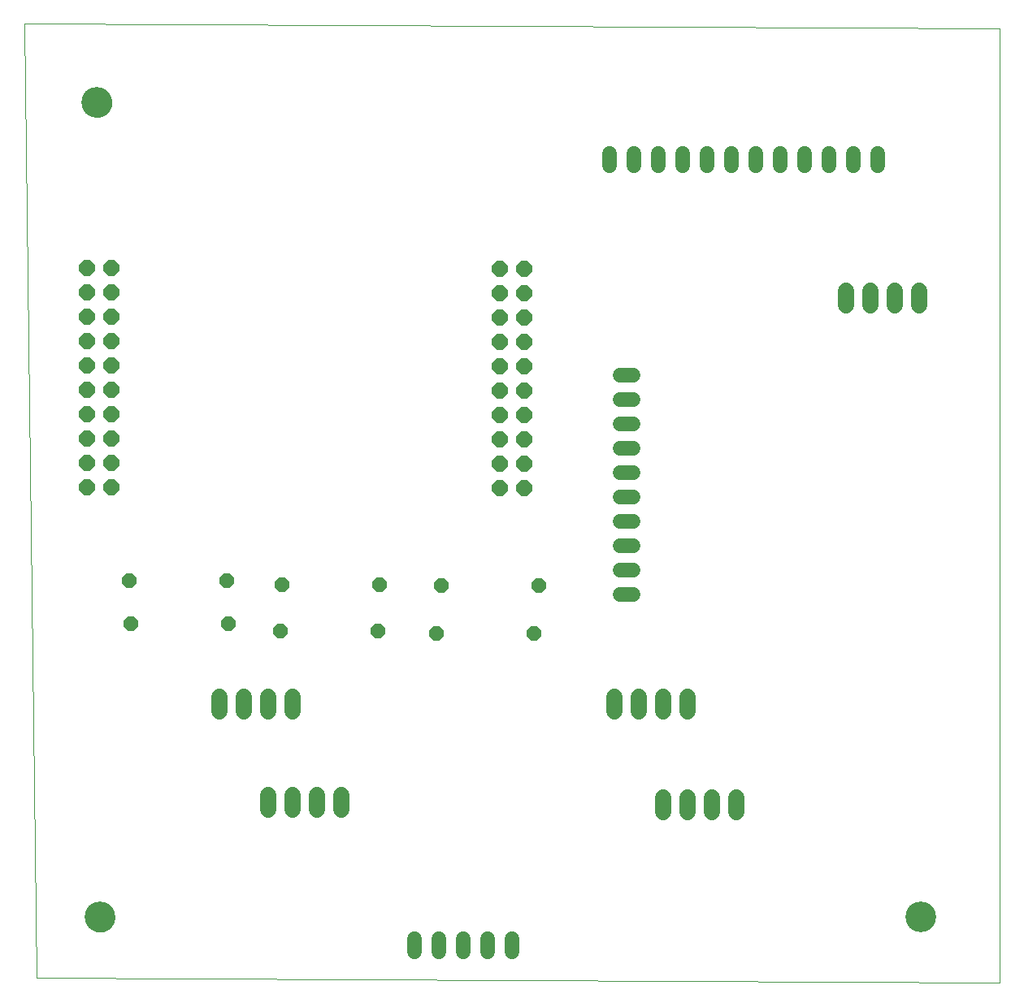
<source format=gbs>
G75*
%MOIN*%
%OFA0B0*%
%FSLAX25Y25*%
%IPPOS*%
%LPD*%
%AMOC8*
5,1,8,0,0,1.08239X$1,22.5*
%
%ADD10C,0.00000*%
%ADD11OC8,0.06000*%
%ADD12C,0.06800*%
%ADD13C,0.06000*%
%ADD14OC8,0.06400*%
%ADD15C,0.12611*%
D10*
X0006800Y0003000D02*
X0001800Y0394701D01*
X0401721Y0392701D01*
X0401721Y0001000D01*
X0006800Y0003000D01*
X0026894Y0028000D02*
X0026896Y0028153D01*
X0026902Y0028307D01*
X0026912Y0028460D01*
X0026926Y0028612D01*
X0026944Y0028765D01*
X0026966Y0028916D01*
X0026991Y0029067D01*
X0027021Y0029218D01*
X0027055Y0029368D01*
X0027092Y0029516D01*
X0027133Y0029664D01*
X0027178Y0029810D01*
X0027227Y0029956D01*
X0027280Y0030100D01*
X0027336Y0030242D01*
X0027396Y0030383D01*
X0027460Y0030523D01*
X0027527Y0030661D01*
X0027598Y0030797D01*
X0027673Y0030931D01*
X0027750Y0031063D01*
X0027832Y0031193D01*
X0027916Y0031321D01*
X0028004Y0031447D01*
X0028095Y0031570D01*
X0028189Y0031691D01*
X0028287Y0031809D01*
X0028387Y0031925D01*
X0028491Y0032038D01*
X0028597Y0032149D01*
X0028706Y0032257D01*
X0028818Y0032362D01*
X0028932Y0032463D01*
X0029050Y0032562D01*
X0029169Y0032658D01*
X0029291Y0032751D01*
X0029416Y0032840D01*
X0029543Y0032927D01*
X0029672Y0033009D01*
X0029803Y0033089D01*
X0029936Y0033165D01*
X0030071Y0033238D01*
X0030208Y0033307D01*
X0030347Y0033372D01*
X0030487Y0033434D01*
X0030629Y0033492D01*
X0030772Y0033547D01*
X0030917Y0033598D01*
X0031063Y0033645D01*
X0031210Y0033688D01*
X0031358Y0033727D01*
X0031507Y0033763D01*
X0031657Y0033794D01*
X0031808Y0033822D01*
X0031959Y0033846D01*
X0032112Y0033866D01*
X0032264Y0033882D01*
X0032417Y0033894D01*
X0032570Y0033902D01*
X0032723Y0033906D01*
X0032877Y0033906D01*
X0033030Y0033902D01*
X0033183Y0033894D01*
X0033336Y0033882D01*
X0033488Y0033866D01*
X0033641Y0033846D01*
X0033792Y0033822D01*
X0033943Y0033794D01*
X0034093Y0033763D01*
X0034242Y0033727D01*
X0034390Y0033688D01*
X0034537Y0033645D01*
X0034683Y0033598D01*
X0034828Y0033547D01*
X0034971Y0033492D01*
X0035113Y0033434D01*
X0035253Y0033372D01*
X0035392Y0033307D01*
X0035529Y0033238D01*
X0035664Y0033165D01*
X0035797Y0033089D01*
X0035928Y0033009D01*
X0036057Y0032927D01*
X0036184Y0032840D01*
X0036309Y0032751D01*
X0036431Y0032658D01*
X0036550Y0032562D01*
X0036668Y0032463D01*
X0036782Y0032362D01*
X0036894Y0032257D01*
X0037003Y0032149D01*
X0037109Y0032038D01*
X0037213Y0031925D01*
X0037313Y0031809D01*
X0037411Y0031691D01*
X0037505Y0031570D01*
X0037596Y0031447D01*
X0037684Y0031321D01*
X0037768Y0031193D01*
X0037850Y0031063D01*
X0037927Y0030931D01*
X0038002Y0030797D01*
X0038073Y0030661D01*
X0038140Y0030523D01*
X0038204Y0030383D01*
X0038264Y0030242D01*
X0038320Y0030100D01*
X0038373Y0029956D01*
X0038422Y0029810D01*
X0038467Y0029664D01*
X0038508Y0029516D01*
X0038545Y0029368D01*
X0038579Y0029218D01*
X0038609Y0029067D01*
X0038634Y0028916D01*
X0038656Y0028765D01*
X0038674Y0028612D01*
X0038688Y0028460D01*
X0038698Y0028307D01*
X0038704Y0028153D01*
X0038706Y0028000D01*
X0038704Y0027847D01*
X0038698Y0027693D01*
X0038688Y0027540D01*
X0038674Y0027388D01*
X0038656Y0027235D01*
X0038634Y0027084D01*
X0038609Y0026933D01*
X0038579Y0026782D01*
X0038545Y0026632D01*
X0038508Y0026484D01*
X0038467Y0026336D01*
X0038422Y0026190D01*
X0038373Y0026044D01*
X0038320Y0025900D01*
X0038264Y0025758D01*
X0038204Y0025617D01*
X0038140Y0025477D01*
X0038073Y0025339D01*
X0038002Y0025203D01*
X0037927Y0025069D01*
X0037850Y0024937D01*
X0037768Y0024807D01*
X0037684Y0024679D01*
X0037596Y0024553D01*
X0037505Y0024430D01*
X0037411Y0024309D01*
X0037313Y0024191D01*
X0037213Y0024075D01*
X0037109Y0023962D01*
X0037003Y0023851D01*
X0036894Y0023743D01*
X0036782Y0023638D01*
X0036668Y0023537D01*
X0036550Y0023438D01*
X0036431Y0023342D01*
X0036309Y0023249D01*
X0036184Y0023160D01*
X0036057Y0023073D01*
X0035928Y0022991D01*
X0035797Y0022911D01*
X0035664Y0022835D01*
X0035529Y0022762D01*
X0035392Y0022693D01*
X0035253Y0022628D01*
X0035113Y0022566D01*
X0034971Y0022508D01*
X0034828Y0022453D01*
X0034683Y0022402D01*
X0034537Y0022355D01*
X0034390Y0022312D01*
X0034242Y0022273D01*
X0034093Y0022237D01*
X0033943Y0022206D01*
X0033792Y0022178D01*
X0033641Y0022154D01*
X0033488Y0022134D01*
X0033336Y0022118D01*
X0033183Y0022106D01*
X0033030Y0022098D01*
X0032877Y0022094D01*
X0032723Y0022094D01*
X0032570Y0022098D01*
X0032417Y0022106D01*
X0032264Y0022118D01*
X0032112Y0022134D01*
X0031959Y0022154D01*
X0031808Y0022178D01*
X0031657Y0022206D01*
X0031507Y0022237D01*
X0031358Y0022273D01*
X0031210Y0022312D01*
X0031063Y0022355D01*
X0030917Y0022402D01*
X0030772Y0022453D01*
X0030629Y0022508D01*
X0030487Y0022566D01*
X0030347Y0022628D01*
X0030208Y0022693D01*
X0030071Y0022762D01*
X0029936Y0022835D01*
X0029803Y0022911D01*
X0029672Y0022991D01*
X0029543Y0023073D01*
X0029416Y0023160D01*
X0029291Y0023249D01*
X0029169Y0023342D01*
X0029050Y0023438D01*
X0028932Y0023537D01*
X0028818Y0023638D01*
X0028706Y0023743D01*
X0028597Y0023851D01*
X0028491Y0023962D01*
X0028387Y0024075D01*
X0028287Y0024191D01*
X0028189Y0024309D01*
X0028095Y0024430D01*
X0028004Y0024553D01*
X0027916Y0024679D01*
X0027832Y0024807D01*
X0027750Y0024937D01*
X0027673Y0025069D01*
X0027598Y0025203D01*
X0027527Y0025339D01*
X0027460Y0025477D01*
X0027396Y0025617D01*
X0027336Y0025758D01*
X0027280Y0025900D01*
X0027227Y0026044D01*
X0027178Y0026190D01*
X0027133Y0026336D01*
X0027092Y0026484D01*
X0027055Y0026632D01*
X0027021Y0026782D01*
X0026991Y0026933D01*
X0026966Y0027084D01*
X0026944Y0027235D01*
X0026926Y0027388D01*
X0026912Y0027540D01*
X0026902Y0027693D01*
X0026896Y0027847D01*
X0026894Y0028000D01*
X0025694Y0362400D02*
X0025696Y0362553D01*
X0025702Y0362707D01*
X0025712Y0362860D01*
X0025726Y0363012D01*
X0025744Y0363165D01*
X0025766Y0363316D01*
X0025791Y0363467D01*
X0025821Y0363618D01*
X0025855Y0363768D01*
X0025892Y0363916D01*
X0025933Y0364064D01*
X0025978Y0364210D01*
X0026027Y0364356D01*
X0026080Y0364500D01*
X0026136Y0364642D01*
X0026196Y0364783D01*
X0026260Y0364923D01*
X0026327Y0365061D01*
X0026398Y0365197D01*
X0026473Y0365331D01*
X0026550Y0365463D01*
X0026632Y0365593D01*
X0026716Y0365721D01*
X0026804Y0365847D01*
X0026895Y0365970D01*
X0026989Y0366091D01*
X0027087Y0366209D01*
X0027187Y0366325D01*
X0027291Y0366438D01*
X0027397Y0366549D01*
X0027506Y0366657D01*
X0027618Y0366762D01*
X0027732Y0366863D01*
X0027850Y0366962D01*
X0027969Y0367058D01*
X0028091Y0367151D01*
X0028216Y0367240D01*
X0028343Y0367327D01*
X0028472Y0367409D01*
X0028603Y0367489D01*
X0028736Y0367565D01*
X0028871Y0367638D01*
X0029008Y0367707D01*
X0029147Y0367772D01*
X0029287Y0367834D01*
X0029429Y0367892D01*
X0029572Y0367947D01*
X0029717Y0367998D01*
X0029863Y0368045D01*
X0030010Y0368088D01*
X0030158Y0368127D01*
X0030307Y0368163D01*
X0030457Y0368194D01*
X0030608Y0368222D01*
X0030759Y0368246D01*
X0030912Y0368266D01*
X0031064Y0368282D01*
X0031217Y0368294D01*
X0031370Y0368302D01*
X0031523Y0368306D01*
X0031677Y0368306D01*
X0031830Y0368302D01*
X0031983Y0368294D01*
X0032136Y0368282D01*
X0032288Y0368266D01*
X0032441Y0368246D01*
X0032592Y0368222D01*
X0032743Y0368194D01*
X0032893Y0368163D01*
X0033042Y0368127D01*
X0033190Y0368088D01*
X0033337Y0368045D01*
X0033483Y0367998D01*
X0033628Y0367947D01*
X0033771Y0367892D01*
X0033913Y0367834D01*
X0034053Y0367772D01*
X0034192Y0367707D01*
X0034329Y0367638D01*
X0034464Y0367565D01*
X0034597Y0367489D01*
X0034728Y0367409D01*
X0034857Y0367327D01*
X0034984Y0367240D01*
X0035109Y0367151D01*
X0035231Y0367058D01*
X0035350Y0366962D01*
X0035468Y0366863D01*
X0035582Y0366762D01*
X0035694Y0366657D01*
X0035803Y0366549D01*
X0035909Y0366438D01*
X0036013Y0366325D01*
X0036113Y0366209D01*
X0036211Y0366091D01*
X0036305Y0365970D01*
X0036396Y0365847D01*
X0036484Y0365721D01*
X0036568Y0365593D01*
X0036650Y0365463D01*
X0036727Y0365331D01*
X0036802Y0365197D01*
X0036873Y0365061D01*
X0036940Y0364923D01*
X0037004Y0364783D01*
X0037064Y0364642D01*
X0037120Y0364500D01*
X0037173Y0364356D01*
X0037222Y0364210D01*
X0037267Y0364064D01*
X0037308Y0363916D01*
X0037345Y0363768D01*
X0037379Y0363618D01*
X0037409Y0363467D01*
X0037434Y0363316D01*
X0037456Y0363165D01*
X0037474Y0363012D01*
X0037488Y0362860D01*
X0037498Y0362707D01*
X0037504Y0362553D01*
X0037506Y0362400D01*
X0037504Y0362247D01*
X0037498Y0362093D01*
X0037488Y0361940D01*
X0037474Y0361788D01*
X0037456Y0361635D01*
X0037434Y0361484D01*
X0037409Y0361333D01*
X0037379Y0361182D01*
X0037345Y0361032D01*
X0037308Y0360884D01*
X0037267Y0360736D01*
X0037222Y0360590D01*
X0037173Y0360444D01*
X0037120Y0360300D01*
X0037064Y0360158D01*
X0037004Y0360017D01*
X0036940Y0359877D01*
X0036873Y0359739D01*
X0036802Y0359603D01*
X0036727Y0359469D01*
X0036650Y0359337D01*
X0036568Y0359207D01*
X0036484Y0359079D01*
X0036396Y0358953D01*
X0036305Y0358830D01*
X0036211Y0358709D01*
X0036113Y0358591D01*
X0036013Y0358475D01*
X0035909Y0358362D01*
X0035803Y0358251D01*
X0035694Y0358143D01*
X0035582Y0358038D01*
X0035468Y0357937D01*
X0035350Y0357838D01*
X0035231Y0357742D01*
X0035109Y0357649D01*
X0034984Y0357560D01*
X0034857Y0357473D01*
X0034728Y0357391D01*
X0034597Y0357311D01*
X0034464Y0357235D01*
X0034329Y0357162D01*
X0034192Y0357093D01*
X0034053Y0357028D01*
X0033913Y0356966D01*
X0033771Y0356908D01*
X0033628Y0356853D01*
X0033483Y0356802D01*
X0033337Y0356755D01*
X0033190Y0356712D01*
X0033042Y0356673D01*
X0032893Y0356637D01*
X0032743Y0356606D01*
X0032592Y0356578D01*
X0032441Y0356554D01*
X0032288Y0356534D01*
X0032136Y0356518D01*
X0031983Y0356506D01*
X0031830Y0356498D01*
X0031677Y0356494D01*
X0031523Y0356494D01*
X0031370Y0356498D01*
X0031217Y0356506D01*
X0031064Y0356518D01*
X0030912Y0356534D01*
X0030759Y0356554D01*
X0030608Y0356578D01*
X0030457Y0356606D01*
X0030307Y0356637D01*
X0030158Y0356673D01*
X0030010Y0356712D01*
X0029863Y0356755D01*
X0029717Y0356802D01*
X0029572Y0356853D01*
X0029429Y0356908D01*
X0029287Y0356966D01*
X0029147Y0357028D01*
X0029008Y0357093D01*
X0028871Y0357162D01*
X0028736Y0357235D01*
X0028603Y0357311D01*
X0028472Y0357391D01*
X0028343Y0357473D01*
X0028216Y0357560D01*
X0028091Y0357649D01*
X0027969Y0357742D01*
X0027850Y0357838D01*
X0027732Y0357937D01*
X0027618Y0358038D01*
X0027506Y0358143D01*
X0027397Y0358251D01*
X0027291Y0358362D01*
X0027187Y0358475D01*
X0027087Y0358591D01*
X0026989Y0358709D01*
X0026895Y0358830D01*
X0026804Y0358953D01*
X0026716Y0359079D01*
X0026632Y0359207D01*
X0026550Y0359337D01*
X0026473Y0359469D01*
X0026398Y0359603D01*
X0026327Y0359739D01*
X0026260Y0359877D01*
X0026196Y0360017D01*
X0026136Y0360158D01*
X0026080Y0360300D01*
X0026027Y0360444D01*
X0025978Y0360590D01*
X0025933Y0360736D01*
X0025892Y0360884D01*
X0025855Y0361032D01*
X0025821Y0361182D01*
X0025791Y0361333D01*
X0025766Y0361484D01*
X0025744Y0361635D01*
X0025726Y0361788D01*
X0025712Y0361940D01*
X0025702Y0362093D01*
X0025696Y0362247D01*
X0025694Y0362400D01*
X0363494Y0028200D02*
X0363496Y0028353D01*
X0363502Y0028507D01*
X0363512Y0028660D01*
X0363526Y0028812D01*
X0363544Y0028965D01*
X0363566Y0029116D01*
X0363591Y0029267D01*
X0363621Y0029418D01*
X0363655Y0029568D01*
X0363692Y0029716D01*
X0363733Y0029864D01*
X0363778Y0030010D01*
X0363827Y0030156D01*
X0363880Y0030300D01*
X0363936Y0030442D01*
X0363996Y0030583D01*
X0364060Y0030723D01*
X0364127Y0030861D01*
X0364198Y0030997D01*
X0364273Y0031131D01*
X0364350Y0031263D01*
X0364432Y0031393D01*
X0364516Y0031521D01*
X0364604Y0031647D01*
X0364695Y0031770D01*
X0364789Y0031891D01*
X0364887Y0032009D01*
X0364987Y0032125D01*
X0365091Y0032238D01*
X0365197Y0032349D01*
X0365306Y0032457D01*
X0365418Y0032562D01*
X0365532Y0032663D01*
X0365650Y0032762D01*
X0365769Y0032858D01*
X0365891Y0032951D01*
X0366016Y0033040D01*
X0366143Y0033127D01*
X0366272Y0033209D01*
X0366403Y0033289D01*
X0366536Y0033365D01*
X0366671Y0033438D01*
X0366808Y0033507D01*
X0366947Y0033572D01*
X0367087Y0033634D01*
X0367229Y0033692D01*
X0367372Y0033747D01*
X0367517Y0033798D01*
X0367663Y0033845D01*
X0367810Y0033888D01*
X0367958Y0033927D01*
X0368107Y0033963D01*
X0368257Y0033994D01*
X0368408Y0034022D01*
X0368559Y0034046D01*
X0368712Y0034066D01*
X0368864Y0034082D01*
X0369017Y0034094D01*
X0369170Y0034102D01*
X0369323Y0034106D01*
X0369477Y0034106D01*
X0369630Y0034102D01*
X0369783Y0034094D01*
X0369936Y0034082D01*
X0370088Y0034066D01*
X0370241Y0034046D01*
X0370392Y0034022D01*
X0370543Y0033994D01*
X0370693Y0033963D01*
X0370842Y0033927D01*
X0370990Y0033888D01*
X0371137Y0033845D01*
X0371283Y0033798D01*
X0371428Y0033747D01*
X0371571Y0033692D01*
X0371713Y0033634D01*
X0371853Y0033572D01*
X0371992Y0033507D01*
X0372129Y0033438D01*
X0372264Y0033365D01*
X0372397Y0033289D01*
X0372528Y0033209D01*
X0372657Y0033127D01*
X0372784Y0033040D01*
X0372909Y0032951D01*
X0373031Y0032858D01*
X0373150Y0032762D01*
X0373268Y0032663D01*
X0373382Y0032562D01*
X0373494Y0032457D01*
X0373603Y0032349D01*
X0373709Y0032238D01*
X0373813Y0032125D01*
X0373913Y0032009D01*
X0374011Y0031891D01*
X0374105Y0031770D01*
X0374196Y0031647D01*
X0374284Y0031521D01*
X0374368Y0031393D01*
X0374450Y0031263D01*
X0374527Y0031131D01*
X0374602Y0030997D01*
X0374673Y0030861D01*
X0374740Y0030723D01*
X0374804Y0030583D01*
X0374864Y0030442D01*
X0374920Y0030300D01*
X0374973Y0030156D01*
X0375022Y0030010D01*
X0375067Y0029864D01*
X0375108Y0029716D01*
X0375145Y0029568D01*
X0375179Y0029418D01*
X0375209Y0029267D01*
X0375234Y0029116D01*
X0375256Y0028965D01*
X0375274Y0028812D01*
X0375288Y0028660D01*
X0375298Y0028507D01*
X0375304Y0028353D01*
X0375306Y0028200D01*
X0375304Y0028047D01*
X0375298Y0027893D01*
X0375288Y0027740D01*
X0375274Y0027588D01*
X0375256Y0027435D01*
X0375234Y0027284D01*
X0375209Y0027133D01*
X0375179Y0026982D01*
X0375145Y0026832D01*
X0375108Y0026684D01*
X0375067Y0026536D01*
X0375022Y0026390D01*
X0374973Y0026244D01*
X0374920Y0026100D01*
X0374864Y0025958D01*
X0374804Y0025817D01*
X0374740Y0025677D01*
X0374673Y0025539D01*
X0374602Y0025403D01*
X0374527Y0025269D01*
X0374450Y0025137D01*
X0374368Y0025007D01*
X0374284Y0024879D01*
X0374196Y0024753D01*
X0374105Y0024630D01*
X0374011Y0024509D01*
X0373913Y0024391D01*
X0373813Y0024275D01*
X0373709Y0024162D01*
X0373603Y0024051D01*
X0373494Y0023943D01*
X0373382Y0023838D01*
X0373268Y0023737D01*
X0373150Y0023638D01*
X0373031Y0023542D01*
X0372909Y0023449D01*
X0372784Y0023360D01*
X0372657Y0023273D01*
X0372528Y0023191D01*
X0372397Y0023111D01*
X0372264Y0023035D01*
X0372129Y0022962D01*
X0371992Y0022893D01*
X0371853Y0022828D01*
X0371713Y0022766D01*
X0371571Y0022708D01*
X0371428Y0022653D01*
X0371283Y0022602D01*
X0371137Y0022555D01*
X0370990Y0022512D01*
X0370842Y0022473D01*
X0370693Y0022437D01*
X0370543Y0022406D01*
X0370392Y0022378D01*
X0370241Y0022354D01*
X0370088Y0022334D01*
X0369936Y0022318D01*
X0369783Y0022306D01*
X0369630Y0022298D01*
X0369477Y0022294D01*
X0369323Y0022294D01*
X0369170Y0022298D01*
X0369017Y0022306D01*
X0368864Y0022318D01*
X0368712Y0022334D01*
X0368559Y0022354D01*
X0368408Y0022378D01*
X0368257Y0022406D01*
X0368107Y0022437D01*
X0367958Y0022473D01*
X0367810Y0022512D01*
X0367663Y0022555D01*
X0367517Y0022602D01*
X0367372Y0022653D01*
X0367229Y0022708D01*
X0367087Y0022766D01*
X0366947Y0022828D01*
X0366808Y0022893D01*
X0366671Y0022962D01*
X0366536Y0023035D01*
X0366403Y0023111D01*
X0366272Y0023191D01*
X0366143Y0023273D01*
X0366016Y0023360D01*
X0365891Y0023449D01*
X0365769Y0023542D01*
X0365650Y0023638D01*
X0365532Y0023737D01*
X0365418Y0023838D01*
X0365306Y0023943D01*
X0365197Y0024051D01*
X0365091Y0024162D01*
X0364987Y0024275D01*
X0364887Y0024391D01*
X0364789Y0024509D01*
X0364695Y0024630D01*
X0364604Y0024753D01*
X0364516Y0024879D01*
X0364432Y0025007D01*
X0364350Y0025137D01*
X0364273Y0025269D01*
X0364198Y0025403D01*
X0364127Y0025539D01*
X0364060Y0025677D01*
X0363996Y0025817D01*
X0363936Y0025958D01*
X0363880Y0026100D01*
X0363827Y0026244D01*
X0363778Y0026390D01*
X0363733Y0026536D01*
X0363692Y0026684D01*
X0363655Y0026832D01*
X0363621Y0026982D01*
X0363591Y0027133D01*
X0363566Y0027284D01*
X0363544Y0027435D01*
X0363526Y0027588D01*
X0363512Y0027740D01*
X0363502Y0027893D01*
X0363496Y0028047D01*
X0363494Y0028200D01*
D11*
X0210800Y0144500D03*
X0212800Y0164000D03*
X0172800Y0164000D03*
X0170800Y0144500D03*
X0146800Y0145500D03*
X0147300Y0164500D03*
X0107300Y0164500D03*
X0106800Y0145500D03*
X0085300Y0148500D03*
X0084800Y0166000D03*
X0044800Y0166000D03*
X0045300Y0148500D03*
D12*
X0081800Y0118500D02*
X0081800Y0112500D01*
X0091800Y0112500D02*
X0091800Y0118500D01*
X0101800Y0118500D02*
X0101800Y0112500D01*
X0111800Y0112500D02*
X0111800Y0118500D01*
X0111800Y0078000D02*
X0111800Y0072000D01*
X0101800Y0072000D02*
X0101800Y0078000D01*
X0121800Y0078000D02*
X0121800Y0072000D01*
X0131800Y0072000D02*
X0131800Y0078000D01*
X0243800Y0112500D02*
X0243800Y0118500D01*
X0253800Y0118500D02*
X0253800Y0112500D01*
X0263800Y0112500D02*
X0263800Y0118500D01*
X0273800Y0118500D02*
X0273800Y0112500D01*
X0273800Y0077000D02*
X0273800Y0071000D01*
X0263800Y0071000D02*
X0263800Y0077000D01*
X0283800Y0077000D02*
X0283800Y0071000D01*
X0293800Y0071000D02*
X0293800Y0077000D01*
X0338800Y0279000D02*
X0338800Y0285000D01*
X0348800Y0285000D02*
X0348800Y0279000D01*
X0358800Y0279000D02*
X0358800Y0285000D01*
X0368800Y0285000D02*
X0368800Y0279000D01*
D13*
X0351800Y0336400D02*
X0351800Y0341600D01*
X0341800Y0341600D02*
X0341800Y0336400D01*
X0331800Y0336400D02*
X0331800Y0341600D01*
X0321800Y0341600D02*
X0321800Y0336400D01*
X0311800Y0336400D02*
X0311800Y0341600D01*
X0301800Y0341600D02*
X0301800Y0336400D01*
X0291800Y0336400D02*
X0291800Y0341600D01*
X0281800Y0341600D02*
X0281800Y0336400D01*
X0271800Y0336400D02*
X0271800Y0341600D01*
X0261800Y0341600D02*
X0261800Y0336400D01*
X0251800Y0336400D02*
X0251800Y0341600D01*
X0241800Y0341600D02*
X0241800Y0336400D01*
X0246200Y0250500D02*
X0251400Y0250500D01*
X0251400Y0240500D02*
X0246200Y0240500D01*
X0246200Y0230500D02*
X0251400Y0230500D01*
X0251400Y0220500D02*
X0246200Y0220500D01*
X0246200Y0210500D02*
X0251400Y0210500D01*
X0251400Y0200500D02*
X0246200Y0200500D01*
X0246200Y0190500D02*
X0251400Y0190500D01*
X0251400Y0180500D02*
X0246200Y0180500D01*
X0246200Y0170500D02*
X0251400Y0170500D01*
X0251400Y0160500D02*
X0246200Y0160500D01*
X0201800Y0019100D02*
X0201800Y0013900D01*
X0191800Y0013900D02*
X0191800Y0019100D01*
X0181800Y0019100D02*
X0181800Y0013900D01*
X0171800Y0013900D02*
X0171800Y0019100D01*
X0161800Y0019100D02*
X0161800Y0013900D01*
D14*
X0196800Y0204000D03*
X0196800Y0214000D03*
X0196800Y0224000D03*
X0196800Y0234000D03*
X0196800Y0244000D03*
X0196800Y0254000D03*
X0196800Y0264000D03*
X0196800Y0274000D03*
X0196800Y0284000D03*
X0196800Y0294000D03*
X0206800Y0294000D03*
X0206800Y0284000D03*
X0206800Y0274000D03*
X0206800Y0264000D03*
X0206800Y0254000D03*
X0206800Y0244000D03*
X0206800Y0234000D03*
X0206800Y0224000D03*
X0206800Y0214000D03*
X0206800Y0204000D03*
X0037300Y0204500D03*
X0037300Y0214500D03*
X0037300Y0224500D03*
X0037300Y0234500D03*
X0037300Y0244500D03*
X0037300Y0254500D03*
X0037300Y0264500D03*
X0037300Y0274500D03*
X0037300Y0284500D03*
X0037300Y0294500D03*
X0027300Y0294500D03*
X0027300Y0284500D03*
X0027300Y0274500D03*
X0027300Y0264500D03*
X0027300Y0254500D03*
X0027300Y0244500D03*
X0027300Y0234500D03*
X0027300Y0224500D03*
X0027300Y0214500D03*
X0027300Y0204500D03*
D15*
X0031600Y0362400D03*
X0032800Y0028000D03*
X0369400Y0028200D03*
M02*

</source>
